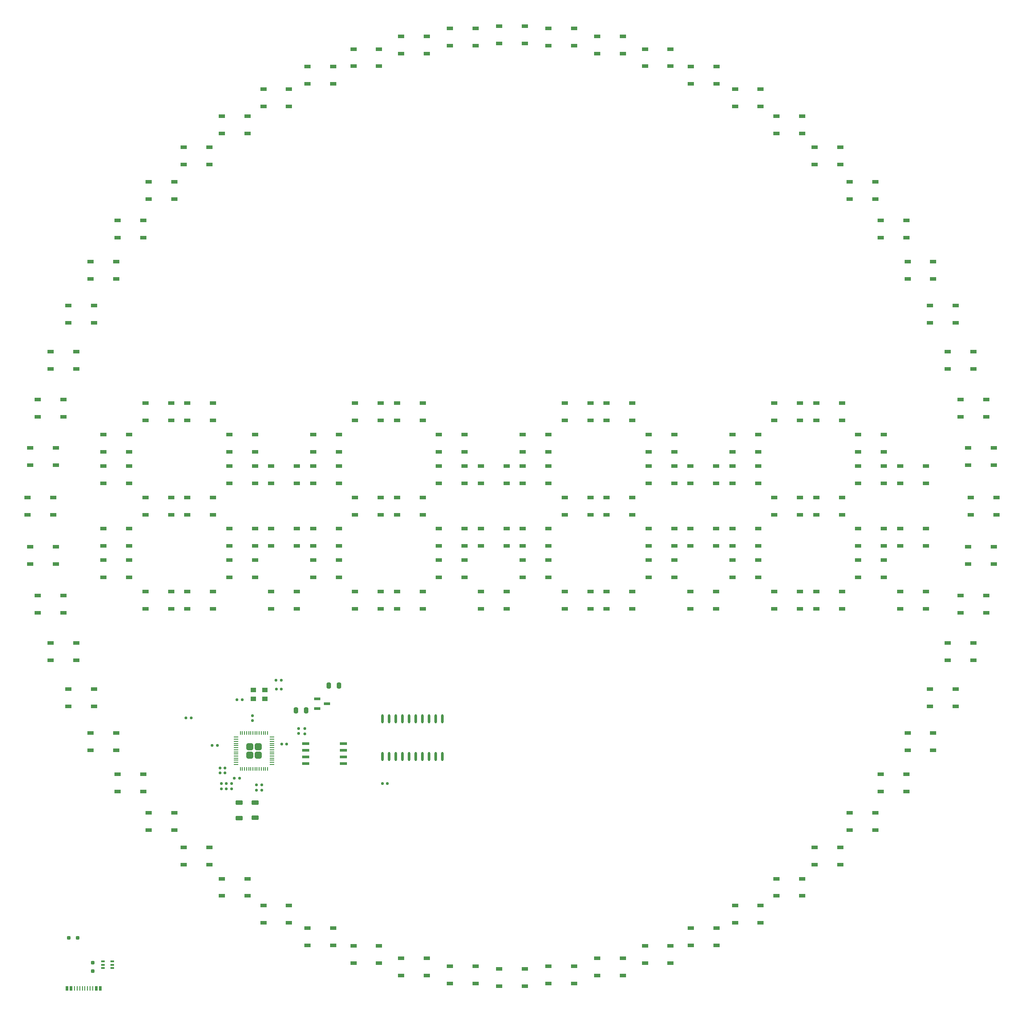
<source format=gbr>
%TF.GenerationSoftware,KiCad,Pcbnew,7.0.2-0*%
%TF.CreationDate,2023-04-30T21:52:29+02:00*%
%TF.ProjectId,tomclock,746f6d63-6c6f-4636-9b2e-6b696361645f,rev?*%
%TF.SameCoordinates,Original*%
%TF.FileFunction,Paste,Top*%
%TF.FilePolarity,Positive*%
%FSLAX46Y46*%
G04 Gerber Fmt 4.6, Leading zero omitted, Abs format (unit mm)*
G04 Created by KiCad (PCBNEW 7.0.2-0) date 2023-04-30 21:52:29*
%MOMM*%
%LPD*%
G01*
G04 APERTURE LIST*
G04 Aperture macros list*
%AMRoundRect*
0 Rectangle with rounded corners*
0 $1 Rounding radius*
0 $2 $3 $4 $5 $6 $7 $8 $9 X,Y pos of 4 corners*
0 Add a 4 corners polygon primitive as box body*
4,1,4,$2,$3,$4,$5,$6,$7,$8,$9,$2,$3,0*
0 Add four circle primitives for the rounded corners*
1,1,$1+$1,$2,$3*
1,1,$1+$1,$4,$5*
1,1,$1+$1,$6,$7*
1,1,$1+$1,$8,$9*
0 Add four rect primitives between the rounded corners*
20,1,$1+$1,$2,$3,$4,$5,0*
20,1,$1+$1,$4,$5,$6,$7,0*
20,1,$1+$1,$6,$7,$8,$9,0*
20,1,$1+$1,$8,$9,$2,$3,0*%
G04 Aperture macros list end*
%ADD10O,0.480000X1.760000*%
%ADD11R,1.200000X0.720000*%
%ADD12RoundRect,0.084000X-0.164000X0.140000X-0.164000X-0.140000X0.164000X-0.140000X0.164000X0.140000X0*%
%ADD13RoundRect,0.084000X0.140000X0.164000X-0.140000X0.164000X-0.140000X-0.164000X0.140000X-0.164000X0*%
%ADD14R,1.120000X0.960000*%
%ADD15RoundRect,0.084000X-0.140000X-0.164000X0.140000X-0.164000X0.140000X0.164000X-0.140000X0.164000X0*%
%ADD16RoundRect,0.081000X-0.175000X0.135000X-0.175000X-0.135000X0.175000X-0.135000X0.175000X0.135000X0*%
%ADD17RoundRect,0.120000X0.260000X-0.200000X0.260000X0.200000X-0.260000X0.200000X-0.260000X-0.200000X0*%
%ADD18RoundRect,0.081000X-0.135000X-0.175000X0.135000X-0.175000X0.135000X0.175000X-0.135000X0.175000X0*%
%ADD19RoundRect,0.084000X0.164000X-0.140000X0.164000X0.140000X-0.164000X0.140000X-0.164000X-0.140000X0*%
%ADD20RoundRect,0.002500X-0.587500X-0.237500X0.587500X-0.237500X0.587500X0.237500X-0.587500X0.237500X0*%
%ADD21RoundRect,0.000000X-0.640000X-0.240000X0.640000X-0.240000X0.640000X0.240000X-0.640000X0.240000X0*%
%ADD22RoundRect,0.137500X0.562500X-0.312500X0.562500X0.312500X-0.562500X0.312500X-0.562500X-0.312500X0*%
%ADD23R,0.720000X0.320000*%
%ADD24R,0.480000X0.928000*%
%ADD25R,0.240000X0.928000*%
%ADD26RoundRect,0.150000X0.250000X0.430000X-0.250000X0.430000X-0.250000X-0.430000X0.250000X-0.430000X0*%
%ADD27RoundRect,0.120000X0.200000X0.260000X-0.200000X0.260000X-0.200000X-0.260000X0.200000X-0.260000X0*%
%ADD28RoundRect,0.249999X0.395001X0.395001X-0.395001X0.395001X-0.395001X-0.395001X0.395001X-0.395001X0*%
%ADD29RoundRect,0.000000X0.350000X0.080000X-0.350000X0.080000X-0.350000X-0.080000X0.350000X-0.080000X0*%
%ADD30RoundRect,0.030000X0.050000X0.320000X-0.050000X0.320000X-0.050000X-0.320000X0.050000X-0.320000X0*%
G04 APERTURE END LIST*
D10*
%TO.C,U4*%
X96530000Y-161100000D03*
X97810000Y-161100000D03*
X99070000Y-161100000D03*
X100340000Y-161100000D03*
X101620000Y-161100000D03*
X102880000Y-161100000D03*
X104160000Y-161100000D03*
X105430000Y-161100000D03*
X106690000Y-161100000D03*
X107970000Y-161100000D03*
X107970000Y-153900000D03*
X106690000Y-153900000D03*
X105430000Y-153900000D03*
X104160000Y-153900000D03*
X102880000Y-153900000D03*
X101620000Y-153900000D03*
X100340000Y-153900000D03*
X99070000Y-153900000D03*
X97810000Y-153900000D03*
X96530000Y-153900000D03*
%TD*%
D11*
%TO.C,DS92*%
X115300000Y-117600000D03*
X115300000Y-120900000D03*
X120200000Y-120900000D03*
X120200000Y-117600000D03*
%TD*%
%TO.C,DS18*%
X204395595Y-139410000D03*
X204395595Y-142710000D03*
X209295595Y-142710000D03*
X209295595Y-139410000D03*
%TD*%
%TO.C,DS98*%
X123300000Y-105600000D03*
X123300000Y-108900000D03*
X128200000Y-108900000D03*
X128200000Y-105600000D03*
%TD*%
%TO.C,DS117*%
X171300000Y-111600000D03*
X171300000Y-114900000D03*
X176200000Y-114900000D03*
X176200000Y-111600000D03*
%TD*%
%TO.C,DS66*%
X51300000Y-111600000D03*
X51300000Y-114900000D03*
X56200000Y-114900000D03*
X56200000Y-111600000D03*
%TD*%
%TO.C,DS65*%
X67300000Y-105600000D03*
X67300000Y-108900000D03*
X72200000Y-108900000D03*
X72200000Y-105600000D03*
%TD*%
D12*
%TO.C,C6*%
X67750000Y-166270000D03*
X67750000Y-167230000D03*
%TD*%
D11*
%TO.C,DS115*%
X163300000Y-105600000D03*
X163300000Y-108900000D03*
X168200000Y-108900000D03*
X168200000Y-105600000D03*
%TD*%
D13*
%TO.C,C8*%
X69230000Y-165250000D03*
X68270000Y-165250000D03*
%TD*%
D11*
%TO.C,DS43*%
X30765595Y-130310000D03*
X30765595Y-133610000D03*
X35665595Y-133610000D03*
X35665595Y-130310000D03*
%TD*%
D14*
%TO.C,Y1*%
X74100000Y-148400000D03*
X71900000Y-148400000D03*
X71900000Y-150100000D03*
X74100000Y-150100000D03*
%TD*%
D11*
%TO.C,DS112*%
X179300000Y-93600000D03*
X179300000Y-96900000D03*
X184200000Y-96900000D03*
X184200000Y-93600000D03*
%TD*%
D15*
%TO.C,C16*%
X65540000Y-163250000D03*
X66500000Y-163250000D03*
%TD*%
D11*
%TO.C,DS123*%
X171300000Y-129600000D03*
X171300000Y-132900000D03*
X176200000Y-132900000D03*
X176200000Y-129600000D03*
%TD*%
D16*
%TO.C,R2*%
X81750000Y-155740000D03*
X81750000Y-156760000D03*
%TD*%
D11*
%TO.C,DS86*%
X107300000Y-117600000D03*
X107300000Y-120900000D03*
X112200000Y-120900000D03*
X112200000Y-117600000D03*
%TD*%
%TO.C,DS64*%
X43300000Y-105600000D03*
X43300000Y-108900000D03*
X48200000Y-108900000D03*
X48200000Y-105600000D03*
%TD*%
%TO.C,DS23*%
X179015595Y-178480000D03*
X179015595Y-181780000D03*
X183915595Y-181780000D03*
X183915595Y-178480000D03*
%TD*%
%TO.C,DS109*%
X155300000Y-117600000D03*
X155300000Y-120900000D03*
X160200000Y-120900000D03*
X160200000Y-117600000D03*
%TD*%
%TO.C,DS91*%
X115300000Y-105600000D03*
X115300000Y-108900000D03*
X120200000Y-108900000D03*
X120200000Y-105600000D03*
%TD*%
%TO.C,DS93*%
X115300000Y-129600000D03*
X115300000Y-132900000D03*
X120200000Y-132900000D03*
X120200000Y-129600000D03*
%TD*%
%TO.C,DS82*%
X107300000Y-105600000D03*
X107300000Y-108900000D03*
X112200000Y-108900000D03*
X112200000Y-105600000D03*
%TD*%
%TO.C,DS118*%
X179300000Y-111600000D03*
X179300000Y-114900000D03*
X184200000Y-114900000D03*
X184200000Y-111600000D03*
%TD*%
D17*
%TO.C,R4*%
X41250000Y-202075000D03*
X41250000Y-200425000D03*
%TD*%
D11*
%TO.C,DS63*%
X67300000Y-99600000D03*
X67300000Y-102900000D03*
X72200000Y-102900000D03*
X72200000Y-99600000D03*
%TD*%
%TO.C,DS71*%
X67300000Y-123600000D03*
X67300000Y-126900000D03*
X72200000Y-126900000D03*
X72200000Y-123600000D03*
%TD*%
%TO.C,DS125*%
X195300000Y-105600000D03*
X195300000Y-108900000D03*
X200200000Y-108900000D03*
X200200000Y-105600000D03*
%TD*%
%TO.C,DS70*%
X43300000Y-123600000D03*
X43300000Y-126900000D03*
X48200000Y-126900000D03*
X48200000Y-123600000D03*
%TD*%
%TO.C,DS0*%
X118795595Y-21600000D03*
X118795595Y-24900000D03*
X123695595Y-24900000D03*
X123695595Y-21600000D03*
%TD*%
%TO.C,DS16*%
X208305595Y-121010000D03*
X208305595Y-124310000D03*
X213205595Y-124310000D03*
X213205595Y-121010000D03*
%TD*%
%TO.C,DS13*%
X206825595Y-92890000D03*
X206825595Y-96190000D03*
X211725595Y-96190000D03*
X211725595Y-92890000D03*
%TD*%
%TO.C,DS40*%
X40855595Y-156600000D03*
X40855595Y-159900000D03*
X45755595Y-159900000D03*
X45755595Y-156600000D03*
%TD*%
%TO.C,DS107*%
X139300000Y-129600000D03*
X139300000Y-132900000D03*
X144200000Y-132900000D03*
X144200000Y-129600000D03*
%TD*%
%TO.C,DS48*%
X33195595Y-83790000D03*
X33195595Y-87090000D03*
X38095595Y-87090000D03*
X38095595Y-83790000D03*
%TD*%
D15*
%TO.C,C13*%
X68790000Y-150250000D03*
X69750000Y-150250000D03*
%TD*%
D11*
%TO.C,DS20*%
X196735595Y-156600000D03*
X196735595Y-159900000D03*
X201635595Y-159900000D03*
X201635595Y-156600000D03*
%TD*%
D18*
%TO.C,R7*%
X76240000Y-146500000D03*
X77260000Y-146500000D03*
%TD*%
D11*
%TO.C,DS1*%
X128205595Y-22090000D03*
X128205595Y-25390000D03*
X133105595Y-25390000D03*
X133105595Y-22090000D03*
%TD*%
%TO.C,DS19*%
X201015595Y-148210000D03*
X201015595Y-151510000D03*
X205915595Y-151510000D03*
X205915595Y-148210000D03*
%TD*%
%TO.C,DS33*%
X90985595Y-197200000D03*
X90985595Y-200500000D03*
X95885595Y-200500000D03*
X95885595Y-197200000D03*
%TD*%
%TO.C,DS95*%
X139300000Y-93600000D03*
X139300000Y-96900000D03*
X144200000Y-96900000D03*
X144200000Y-93600000D03*
%TD*%
%TO.C,DS119*%
X163300000Y-117600000D03*
X163300000Y-120900000D03*
X168200000Y-120900000D03*
X168200000Y-117600000D03*
%TD*%
%TO.C,DS78*%
X99300000Y-93600000D03*
X99300000Y-96900000D03*
X104200000Y-96900000D03*
X104200000Y-93600000D03*
%TD*%
%TO.C,DS11*%
X201015595Y-74990000D03*
X201015595Y-78290000D03*
X205915595Y-78290000D03*
X205915595Y-74990000D03*
%TD*%
%TO.C,DS80*%
X107300000Y-99600000D03*
X107300000Y-102900000D03*
X112200000Y-102900000D03*
X112200000Y-99600000D03*
%TD*%
D12*
%TO.C,C5*%
X65750000Y-166270000D03*
X65750000Y-167230000D03*
%TD*%
D11*
%TO.C,DS3*%
X146605595Y-26000000D03*
X146605595Y-29300000D03*
X151505595Y-29300000D03*
X151505595Y-26000000D03*
%TD*%
%TO.C,DS47*%
X30765595Y-92890000D03*
X30765595Y-96190000D03*
X35665595Y-96190000D03*
X35665595Y-92890000D03*
%TD*%
%TO.C,DS62*%
X43300000Y-99600000D03*
X43300000Y-102900000D03*
X48200000Y-102900000D03*
X48200000Y-99600000D03*
%TD*%
%TO.C,DS85*%
X83300000Y-117600000D03*
X83300000Y-120900000D03*
X88200000Y-120900000D03*
X88200000Y-117600000D03*
%TD*%
%TO.C,DS6*%
X171695595Y-38790000D03*
X171695595Y-42090000D03*
X176595595Y-42090000D03*
X176595595Y-38790000D03*
%TD*%
%TO.C,DS103*%
X147300000Y-117600000D03*
X147300000Y-120900000D03*
X152200000Y-120900000D03*
X152200000Y-117600000D03*
%TD*%
%TO.C,DS111*%
X171300000Y-93600000D03*
X171300000Y-96900000D03*
X176200000Y-96900000D03*
X176200000Y-93600000D03*
%TD*%
%TO.C,DS39*%
X45985595Y-164500000D03*
X45985595Y-167800000D03*
X50885595Y-167800000D03*
X50885595Y-164500000D03*
%TD*%
D19*
%TO.C,C1*%
X80500000Y-156710000D03*
X80500000Y-155750000D03*
%TD*%
D11*
%TO.C,DS127*%
X195300000Y-129600000D03*
X195300000Y-132900000D03*
X200200000Y-132900000D03*
X200200000Y-129600000D03*
%TD*%
D20*
%TO.C,U2*%
X84062500Y-150050000D03*
X84062500Y-151950000D03*
X85937500Y-151000000D03*
%TD*%
D11*
%TO.C,DS122*%
X187300000Y-123600000D03*
X187300000Y-126900000D03*
X192200000Y-126900000D03*
X192200000Y-123600000D03*
%TD*%
%TO.C,DS50*%
X40855595Y-66600000D03*
X40855595Y-69900000D03*
X45755595Y-69900000D03*
X45755595Y-66600000D03*
%TD*%
%TO.C,DS10*%
X196735595Y-66600000D03*
X196735595Y-69900000D03*
X201635595Y-69900000D03*
X201635595Y-66600000D03*
%TD*%
%TO.C,DS108*%
X155300000Y-105600000D03*
X155300000Y-108900000D03*
X160200000Y-108900000D03*
X160200000Y-105600000D03*
%TD*%
%TO.C,DS83*%
X91300000Y-111600000D03*
X91300000Y-114900000D03*
X96200000Y-114900000D03*
X96200000Y-111600000D03*
%TD*%
%TO.C,DS72*%
X51300000Y-129600000D03*
X51300000Y-132900000D03*
X56200000Y-132900000D03*
X56200000Y-129600000D03*
%TD*%
D15*
%TO.C,C17*%
X96520000Y-166250000D03*
X97480000Y-166250000D03*
%TD*%
D11*
%TO.C,DS126*%
X195300000Y-117600000D03*
X195300000Y-120900000D03*
X200200000Y-120900000D03*
X200200000Y-117600000D03*
%TD*%
%TO.C,DS110*%
X155300000Y-129600000D03*
X155300000Y-132900000D03*
X160200000Y-132900000D03*
X160200000Y-129600000D03*
%TD*%
%TO.C,DS55*%
X73795595Y-33660000D03*
X73795595Y-36960000D03*
X78695595Y-36960000D03*
X78695595Y-33660000D03*
%TD*%
%TO.C,DS106*%
X131300000Y-129600000D03*
X131300000Y-132900000D03*
X136200000Y-132900000D03*
X136200000Y-129600000D03*
%TD*%
%TO.C,DS41*%
X36575595Y-148210000D03*
X36575595Y-151510000D03*
X41475595Y-151510000D03*
X41475595Y-148210000D03*
%TD*%
%TO.C,DS42*%
X33195595Y-139410000D03*
X33195595Y-142710000D03*
X38095595Y-142710000D03*
X38095595Y-139410000D03*
%TD*%
%TO.C,DS4*%
X155405595Y-29380000D03*
X155405595Y-32680000D03*
X160305595Y-32680000D03*
X160305595Y-29380000D03*
%TD*%
D13*
%TO.C,C14*%
X77230000Y-148250000D03*
X76270000Y-148250000D03*
%TD*%
D11*
%TO.C,DS53*%
X58575595Y-44720000D03*
X58575595Y-48020000D03*
X63475595Y-48020000D03*
X63475595Y-44720000D03*
%TD*%
%TO.C,DS44*%
X29285595Y-121010000D03*
X29285595Y-124310000D03*
X34185595Y-124310000D03*
X34185595Y-121010000D03*
%TD*%
%TO.C,DS17*%
X206825595Y-130310000D03*
X206825595Y-133610000D03*
X211725595Y-133610000D03*
X211725595Y-130310000D03*
%TD*%
%TO.C,DS61*%
X59300000Y-93600000D03*
X59300000Y-96900000D03*
X64200000Y-96900000D03*
X64200000Y-93600000D03*
%TD*%
%TO.C,DS57*%
X90985595Y-26000000D03*
X90985595Y-29300000D03*
X95885595Y-29300000D03*
X95885595Y-26000000D03*
%TD*%
D15*
%TO.C,C12*%
X64040000Y-159000000D03*
X65000000Y-159000000D03*
%TD*%
D11*
%TO.C,DS49*%
X36575595Y-74990000D03*
X36575595Y-78290000D03*
X41475595Y-78290000D03*
X41475595Y-74990000D03*
%TD*%
%TO.C,DS76*%
X75300000Y-129600000D03*
X75300000Y-132900000D03*
X80200000Y-132900000D03*
X80200000Y-129600000D03*
%TD*%
%TO.C,DS9*%
X191605595Y-58700000D03*
X191605595Y-62000000D03*
X196505595Y-62000000D03*
X196505595Y-58700000D03*
%TD*%
%TO.C,DS101*%
X139300000Y-111600000D03*
X139300000Y-114900000D03*
X144200000Y-114900000D03*
X144200000Y-111600000D03*
%TD*%
%TO.C,DS5*%
X163795595Y-33660000D03*
X163795595Y-36960000D03*
X168695595Y-36960000D03*
X168695595Y-33660000D03*
%TD*%
D12*
%TO.C,C10*%
X71750000Y-153270000D03*
X71750000Y-154230000D03*
%TD*%
D11*
%TO.C,DS81*%
X83300000Y-105600000D03*
X83300000Y-108900000D03*
X88200000Y-108900000D03*
X88200000Y-105600000D03*
%TD*%
D21*
%TO.C,U1*%
X81900000Y-158595000D03*
X81900000Y-159865000D03*
X81900000Y-161135000D03*
X81900000Y-162405000D03*
X89100000Y-162405000D03*
X89100000Y-161135000D03*
X89100000Y-159865000D03*
X89100000Y-158595000D03*
%TD*%
D22*
%TO.C,R6*%
X69150000Y-172850000D03*
X69150000Y-169925000D03*
%TD*%
D11*
%TO.C,DS104*%
X123300000Y-123600000D03*
X123300000Y-126900000D03*
X128200000Y-126900000D03*
X128200000Y-123600000D03*
%TD*%
%TO.C,DS24*%
X171695595Y-184410000D03*
X171695595Y-187710000D03*
X176595595Y-187710000D03*
X176595595Y-184410000D03*
%TD*%
D23*
%TO.C,D1*%
X45000000Y-201500000D03*
X45000000Y-200850000D03*
X45000000Y-200200000D03*
X43200000Y-200200000D03*
X43200000Y-200850000D03*
X43200000Y-201500000D03*
%TD*%
D11*
%TO.C,DS114*%
X187300000Y-99600000D03*
X187300000Y-102900000D03*
X192200000Y-102900000D03*
X192200000Y-99600000D03*
%TD*%
D24*
%TO.C,J2*%
X36300000Y-205365000D03*
X37100000Y-205365000D03*
D25*
X38250000Y-205365000D03*
X39250000Y-205365000D03*
X39750000Y-205365000D03*
X40750000Y-205365000D03*
D24*
X41900000Y-205365000D03*
X42700000Y-205365000D03*
X42700000Y-205365000D03*
X41900000Y-205365000D03*
D25*
X41250000Y-205365000D03*
X40250000Y-205365000D03*
X38750000Y-205365000D03*
X37750000Y-205365000D03*
D24*
X37100000Y-205365000D03*
X36300000Y-205365000D03*
%TD*%
D26*
%TO.C,C2*%
X88200000Y-147500000D03*
X86300000Y-147500000D03*
%TD*%
D11*
%TO.C,DS99*%
X147300000Y-105600000D03*
X147300000Y-108900000D03*
X152200000Y-108900000D03*
X152200000Y-105600000D03*
%TD*%
%TO.C,DS29*%
X128205595Y-201110000D03*
X128205595Y-204410000D03*
X133105595Y-204410000D03*
X133105595Y-201110000D03*
%TD*%
D15*
%TO.C,C15*%
X65540000Y-164250000D03*
X66500000Y-164250000D03*
%TD*%
D11*
%TO.C,DS73*%
X59300000Y-129600000D03*
X59300000Y-132900000D03*
X64200000Y-132900000D03*
X64200000Y-129600000D03*
%TD*%
%TO.C,DS59*%
X109385595Y-22090000D03*
X109385595Y-25390000D03*
X114285595Y-25390000D03*
X114285595Y-22090000D03*
%TD*%
%TO.C,DS97*%
X147300000Y-99600000D03*
X147300000Y-102900000D03*
X152200000Y-102900000D03*
X152200000Y-99600000D03*
%TD*%
%TO.C,DS116*%
X187300000Y-105600000D03*
X187300000Y-108900000D03*
X192200000Y-108900000D03*
X192200000Y-105600000D03*
%TD*%
D27*
%TO.C,R3*%
X38325000Y-195750000D03*
X36675000Y-195750000D03*
%TD*%
D11*
%TO.C,DS96*%
X123300000Y-99600000D03*
X123300000Y-102900000D03*
X128200000Y-102900000D03*
X128200000Y-99600000D03*
%TD*%
%TO.C,DS45*%
X28795595Y-111600000D03*
X28795595Y-114900000D03*
X33695595Y-114900000D03*
X33695595Y-111600000D03*
%TD*%
%TO.C,DS113*%
X163300000Y-99600000D03*
X163300000Y-102900000D03*
X168200000Y-102900000D03*
X168200000Y-99600000D03*
%TD*%
%TO.C,DS35*%
X73795595Y-189540000D03*
X73795595Y-192840000D03*
X78695595Y-192840000D03*
X78695595Y-189540000D03*
%TD*%
%TO.C,DS58*%
X100085595Y-23570000D03*
X100085595Y-26870000D03*
X104985595Y-26870000D03*
X104985595Y-23570000D03*
%TD*%
%TO.C,DS15*%
X208795595Y-111600000D03*
X208795595Y-114900000D03*
X213695595Y-114900000D03*
X213695595Y-111600000D03*
%TD*%
%TO.C,DS52*%
X51915595Y-51380000D03*
X51915595Y-54680000D03*
X56815595Y-54680000D03*
X56815595Y-51380000D03*
%TD*%
%TO.C,DS38*%
X51915595Y-171820000D03*
X51915595Y-175120000D03*
X56815595Y-175120000D03*
X56815595Y-171820000D03*
%TD*%
%TO.C,DS60*%
X51300000Y-93600000D03*
X51300000Y-96900000D03*
X56200000Y-96900000D03*
X56200000Y-93600000D03*
%TD*%
%TO.C,DS32*%
X100085595Y-199630000D03*
X100085595Y-202930000D03*
X104985595Y-202930000D03*
X104985595Y-199630000D03*
%TD*%
%TO.C,DS56*%
X82185595Y-29380000D03*
X82185595Y-32680000D03*
X87085595Y-32680000D03*
X87085595Y-29380000D03*
%TD*%
%TO.C,DS31*%
X109385595Y-201110000D03*
X109385595Y-204410000D03*
X114285595Y-204410000D03*
X114285595Y-201110000D03*
%TD*%
D19*
%TO.C,C7*%
X73500000Y-167480000D03*
X73500000Y-166520000D03*
%TD*%
D11*
%TO.C,DS75*%
X75300000Y-117600000D03*
X75300000Y-120900000D03*
X80200000Y-120900000D03*
X80200000Y-117600000D03*
%TD*%
%TO.C,DS21*%
X191605595Y-164500000D03*
X191605595Y-167800000D03*
X196505595Y-167800000D03*
X196505595Y-164500000D03*
%TD*%
%TO.C,DS12*%
X204395595Y-83790000D03*
X204395595Y-87090000D03*
X209295595Y-87090000D03*
X209295595Y-83790000D03*
%TD*%
D22*
%TO.C,R5*%
X72200000Y-172800000D03*
X72200000Y-169875000D03*
%TD*%
D11*
%TO.C,DS68*%
X43300000Y-117600000D03*
X43300000Y-120900000D03*
X48200000Y-120900000D03*
X48200000Y-117600000D03*
%TD*%
D26*
%TO.C,C3*%
X81950000Y-152250000D03*
X80050000Y-152250000D03*
%TD*%
D11*
%TO.C,DS121*%
X163300000Y-123600000D03*
X163300000Y-126900000D03*
X168200000Y-126900000D03*
X168200000Y-123600000D03*
%TD*%
%TO.C,DS37*%
X58575595Y-178480000D03*
X58575595Y-181780000D03*
X63475595Y-181780000D03*
X63475595Y-178480000D03*
%TD*%
%TO.C,DS100*%
X131300000Y-111600000D03*
X131300000Y-114900000D03*
X136200000Y-114900000D03*
X136200000Y-111600000D03*
%TD*%
%TO.C,DS77*%
X91300000Y-93600000D03*
X91300000Y-96900000D03*
X96200000Y-96900000D03*
X96200000Y-93600000D03*
%TD*%
%TO.C,DS102*%
X123300000Y-117600000D03*
X123300000Y-120900000D03*
X128200000Y-120900000D03*
X128200000Y-117600000D03*
%TD*%
%TO.C,DS7*%
X179015595Y-44720000D03*
X179015595Y-48020000D03*
X183915595Y-48020000D03*
X183915595Y-44720000D03*
%TD*%
%TO.C,DS74*%
X75300000Y-105600000D03*
X75300000Y-108900000D03*
X80200000Y-108900000D03*
X80200000Y-105600000D03*
%TD*%
%TO.C,DS67*%
X59300000Y-111600000D03*
X59300000Y-114900000D03*
X64200000Y-114900000D03*
X64200000Y-111600000D03*
%TD*%
%TO.C,DS22*%
X185675595Y-171820000D03*
X185675595Y-175120000D03*
X190575595Y-175120000D03*
X190575595Y-171820000D03*
%TD*%
%TO.C,DS25*%
X163795595Y-189540000D03*
X163795595Y-192840000D03*
X168695595Y-192840000D03*
X168695595Y-189540000D03*
%TD*%
%TO.C,DS105*%
X147300000Y-123600000D03*
X147300000Y-126900000D03*
X152200000Y-126900000D03*
X152200000Y-123600000D03*
%TD*%
%TO.C,DS87*%
X83300000Y-123600000D03*
X83300000Y-126900000D03*
X88200000Y-126900000D03*
X88200000Y-123600000D03*
%TD*%
%TO.C,DS2*%
X137505595Y-23570000D03*
X137505595Y-26870000D03*
X142405595Y-26870000D03*
X142405595Y-23570000D03*
%TD*%
%TO.C,DS28*%
X137505595Y-199630000D03*
X137505595Y-202930000D03*
X142405595Y-202930000D03*
X142405595Y-199630000D03*
%TD*%
%TO.C,DS89*%
X91300000Y-129600000D03*
X91300000Y-132900000D03*
X96200000Y-132900000D03*
X96200000Y-129600000D03*
%TD*%
%TO.C,DS88*%
X107300000Y-123600000D03*
X107300000Y-126900000D03*
X112200000Y-126900000D03*
X112200000Y-123600000D03*
%TD*%
D12*
%TO.C,C4*%
X66750000Y-166270000D03*
X66750000Y-167230000D03*
%TD*%
D11*
%TO.C,DS27*%
X146605595Y-197200000D03*
X146605595Y-200500000D03*
X151505595Y-200500000D03*
X151505595Y-197200000D03*
%TD*%
%TO.C,DS30*%
X118795595Y-201600000D03*
X118795595Y-204900000D03*
X123695595Y-204900000D03*
X123695595Y-201600000D03*
%TD*%
%TO.C,DS34*%
X82185595Y-193820000D03*
X82185595Y-197120000D03*
X87085595Y-197120000D03*
X87085595Y-193820000D03*
%TD*%
%TO.C,DS79*%
X83300000Y-99600000D03*
X83300000Y-102900000D03*
X88200000Y-102900000D03*
X88200000Y-99600000D03*
%TD*%
%TO.C,DS124*%
X179300000Y-129600000D03*
X179300000Y-132900000D03*
X184200000Y-132900000D03*
X184200000Y-129600000D03*
%TD*%
%TO.C,DS14*%
X208305595Y-102190000D03*
X208305595Y-105490000D03*
X213205595Y-105490000D03*
X213205595Y-102190000D03*
%TD*%
%TO.C,DS120*%
X187300000Y-117600000D03*
X187300000Y-120900000D03*
X192200000Y-120900000D03*
X192200000Y-117600000D03*
%TD*%
%TO.C,DS54*%
X65895595Y-38790000D03*
X65895595Y-42090000D03*
X70795595Y-42090000D03*
X70795595Y-38790000D03*
%TD*%
%TO.C,DS69*%
X67300000Y-117600000D03*
X67300000Y-120900000D03*
X72200000Y-120900000D03*
X72200000Y-117600000D03*
%TD*%
D28*
%TO.C,U3*%
X72800000Y-160800000D03*
X72800000Y-159200000D03*
X71200000Y-160800000D03*
X71200000Y-159200000D03*
D29*
X75437500Y-162600000D03*
X75437500Y-162200000D03*
X75437500Y-161800000D03*
X75437500Y-161400000D03*
X75437500Y-161000000D03*
X75437500Y-160600000D03*
X75437500Y-160200000D03*
X75437500Y-159800000D03*
X75437500Y-159400000D03*
X75437500Y-159000000D03*
X75437500Y-158600000D03*
X75437500Y-158200000D03*
X75437500Y-157800000D03*
X75437500Y-157400000D03*
D30*
X74600000Y-156562500D03*
X74200000Y-156562500D03*
X73800000Y-156562500D03*
X73400000Y-156562500D03*
X73000000Y-156562500D03*
X72600000Y-156562500D03*
X72200000Y-156562500D03*
X71800000Y-156562500D03*
X71400000Y-156562500D03*
X71000000Y-156562500D03*
X70600000Y-156562500D03*
X70200000Y-156562500D03*
X69800000Y-156562500D03*
X69400000Y-156562500D03*
D29*
X68562500Y-157400000D03*
X68562500Y-157800000D03*
X68562500Y-158200000D03*
X68562500Y-158600000D03*
X68562500Y-159000000D03*
X68562500Y-159400000D03*
X68562500Y-159800000D03*
X68562500Y-160200000D03*
X68562500Y-160600000D03*
X68562500Y-161000000D03*
X68562500Y-161400000D03*
X68562500Y-161800000D03*
X68562500Y-162200000D03*
X68562500Y-162600000D03*
D30*
X69400000Y-163437500D03*
X69800000Y-163437500D03*
X70200000Y-163437500D03*
X70600000Y-163437500D03*
X71000000Y-163437500D03*
X71400000Y-163437500D03*
X71800000Y-163437500D03*
X72200000Y-163437500D03*
X72600000Y-163437500D03*
X73000000Y-163437500D03*
X73400000Y-163437500D03*
X73800000Y-163437500D03*
X74200000Y-163437500D03*
X74600000Y-163437500D03*
%TD*%
D11*
%TO.C,DS84*%
X99300000Y-111600000D03*
X99300000Y-114900000D03*
X104200000Y-114900000D03*
X104200000Y-111600000D03*
%TD*%
D13*
%TO.C,C9*%
X78230000Y-158750000D03*
X77270000Y-158750000D03*
%TD*%
D11*
%TO.C,DS51*%
X45985595Y-58700000D03*
X45985595Y-62000000D03*
X50885595Y-62000000D03*
X50885595Y-58700000D03*
%TD*%
%TO.C,DS8*%
X185675595Y-51380000D03*
X185675595Y-54680000D03*
X190575595Y-54680000D03*
X190575595Y-51380000D03*
%TD*%
%TO.C,DS26*%
X155405595Y-193820000D03*
X155405595Y-197120000D03*
X160305595Y-197120000D03*
X160305595Y-193820000D03*
%TD*%
%TO.C,DS90*%
X99300000Y-129600000D03*
X99300000Y-132900000D03*
X104200000Y-132900000D03*
X104200000Y-129600000D03*
%TD*%
D18*
%TO.C,R1*%
X58980000Y-153750000D03*
X60000000Y-153750000D03*
%TD*%
D11*
%TO.C,DS46*%
X29285595Y-102190000D03*
X29285595Y-105490000D03*
X34185595Y-105490000D03*
X34185595Y-102190000D03*
%TD*%
D19*
%TO.C,C11*%
X72500000Y-167500000D03*
X72500000Y-166540000D03*
%TD*%
D11*
%TO.C,DS36*%
X65895595Y-184410000D03*
X65895595Y-187710000D03*
X70795595Y-187710000D03*
X70795595Y-184410000D03*
%TD*%
%TO.C,DS94*%
X131300000Y-93600000D03*
X131300000Y-96900000D03*
X136200000Y-96900000D03*
X136200000Y-93600000D03*
%TD*%
M02*

</source>
